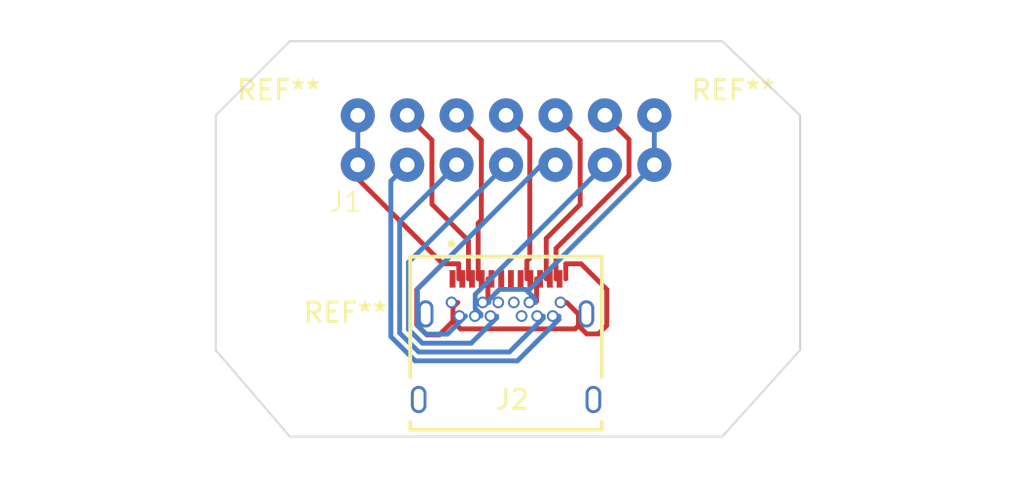
<source format=kicad_pcb>
(kicad_pcb (version 20221018) (generator pcbnew)
  (layers (0 "F.Cu" signal) (31 "B.Cu" signal) (34 "B.Paste" user) (35 "F.Paste" user) (36 "B.SilkS" user "B.Silkscreen") (37 "F.SilkS" user "F.Silkscreen") (38 "B.Mask" user) (39 "F.Mask" user) (44 "Edge.Cuts" user))
  (net 0 "")
  (net 1 "/GND")
  (net 2 "/CAN0_H")
  (net 3 "/CAN0_L")
  (net 4 "/VIN")
  (net 8 "/SBU1")
  (net 9 "/CAN1_L")
  (net 10 "/CAN1_H")
  (net 11 "/CAN2_H")
  (net 12 "/CAN2_L")
  (net 16 "/SBU2")
  (net 17 "/CAN3_L")
  (net 18 "/CAN3_H")
  (footprint "MountingHole:MountingHole_2mm" (layer "F.Cu") (at 128.016 81.28)
    (fp_text reference "REF**" (at 0 -3.2) (layer "F.SilkS"))
    (fp_text value "MountingHole_2mm")
    (pad "" np_thru_hole circle (at 0 0) (size 2 2) (drill 2) (layers "*.Cu" "*.Mask"))
  )
  (footprint "CommaPogo_Library:GCT_USB4056-03-A_REVA2" (layer "F.Cu") (at 139.7 93.98)
    (fp_text reference "J2" (at 0.3175 0) (layer "F.SilkS"))
    (fp_text value "Conn_02x12_Row_Letter_Last")
    (fp_line (start -4.925 -7.34) (end -4.925 -1.15) (stroke (width 0.2)) (layer "F.SilkS"))
    (fp_line (start -4.925 -7.34) (end 4.925 -7.34) (stroke (width 0.2)) (layer "F.SilkS"))
    (fp_line (start -4.925 1.55) (end -4.925 1.15) (stroke (width 0.2)) (layer "F.SilkS"))
    (fp_line (start -4.925 1.55) (end 4.925 1.55) (stroke (width 0.2)) (layer "F.SilkS"))
    (fp_line (start 4.925 -1.15) (end 4.925 -7.34) (stroke (width 0.2)) (layer "F.SilkS"))
    (fp_line (start 4.925 1.55) (end 4.925 1.15) (stroke (width 0.2)) (layer "F.SilkS"))
    (fp_circle (center -2.8 -8) (end -2.7 -8) (stroke (width 0.2)) (fill none) (layer "F.SilkS"))
    (fp_line (start 3.45 -5.965) (end 3.75 -5.965) (stroke (width 0.01)) (layer "Edge.Cuts"))
    (fp_line (start 3.75 -5.315) (end 3.45 -5.315) (stroke (width 0.01)) (layer "Edge.Cuts"))
    (fp_arc (start 3.125 -5.64) (mid 3.22019 -5.86981) (end 3.45 -5.965) (stroke (width 0.01)) (layer "Edge.Cuts"))
    (fp_arc (start 3.45 -5.315) (mid 3.22019 -5.41019) (end 3.125 -5.64) (stroke (width 0.01)) (layer "Edge.Cuts"))
    (fp_arc (start 3.75 -5.965) (mid 3.97981 -5.86981) (end 4.075 -5.64) (stroke (width 0.01)) (layer "Edge.Cuts"))
    (fp_arc (start 4.075 -5.64) (mid 3.97981 -5.41019) (end 3.75 -5.315) (stroke (width 0.01)) (layer "Edge.Cuts"))
    (pad "" np_thru_hole circle (at -3.6 -5.64) (size 0.65 0.65) (drill 0.65) (layers "*.Cu" "*.Mask"))
    (pad "" np_thru_hole circle (at 3.6 -5.64) (size 0.65 0.65) (drill 0.65) (layers "*.Cu" "*.Mask"))
    (pad "A1" smd rect (at -2.75 -6.2) (size 0.3 0.9) (layers "F.Cu" "F.Paste" "F.Mask") (net 1 "/GND"))
    (pad "A2" smd rect (at -2.25 -6.2) (size 0.3 0.9) (layers "F.Cu" "F.Paste" "F.Mask") (net 2 "/CAN0_H"))
    (pad "A3" smd rect (at -1.75 -6.2) (size 0.3 0.9) (layers "F.Cu" "F.Paste" "F.Mask") (net 3 "/CAN0_L"))
    (pad "A4" smd rect (at -1.25 -6.2) (size 0.3 0.9) (layers "F.Cu" "F.Paste" "F.Mask") (net 4 "/VIN"))
    (pad "A5" smd rect (at -0.75 -6.2) (size 0.3 0.9) (layers "F.Cu" "F.Paste" "F.Mask"))
    (pad "A6" smd rect (at -0.25 -6.2) (size 0.3 0.9) (layers "F.Cu" "F.Paste" "F.Mask"))
    (pad "A7" smd rect (at 0.25 -6.2) (size 0.3 0.9) (layers "F.Cu" "F.Paste" "F.Mask"))
    (pad "A8" smd rect (at 0.75 -6.2) (size 0.3 0.9) (layers "F.Cu" "F.Paste" "F.Mask") (net 8 "/SBU1"))
    (pad "A9" smd rect (at 1.25 -6.2) (size 0.3 0.9) (layers "F.Cu" "F.Paste" "F.Mask") (net 4 "/VIN"))
    (pad "A10" smd rect (at 1.75 -6.2) (size 0.3 0.9) (layers "F.Cu" "F.Paste" "F.Mask") (net 9 "/CAN1_L"))
    (pad "A11" smd rect (at 2.25 -6.2) (size 0.3 0.9) (layers "F.Cu" "F.Paste" "F.Mask") (net 10 "/CAN1_H"))
    (pad "A12" smd rect (at 2.75 -6.2) (size 0.3 0.9) (layers "F.Cu" "F.Paste" "F.Mask") (net 1 "/GND"))
    (pad "B1" thru_hole circle (at 2.8 -4.99) (size 0.6 0.6) (drill 0.4) (layers "*.Cu" "*.Mask") (net 1 "/GND"))
    (pad "B2" thru_hole circle (at 2.4 -4.29) (size 0.6 0.6) (drill 0.4) (layers "*.Cu" "*.Mask") (net 11 "/CAN2_H"))
    (pad "B3" thru_hole circle (at 1.6 -4.29) (size 0.6 0.6) (drill 0.4) (layers "*.Cu" "*.Mask") (net 12 "/CAN2_L"))
    (pad "B4" thru_hole circle (at 1.2 -4.99) (size 0.6 0.6) (drill 0.4) (layers "*.Cu" "*.Mask") (net 4 "/VIN"))
    (pad "B5" thru_hole circle (at 0.8 -4.29) (size 0.6 0.6) (drill 0.4) (layers "*.Cu" "*.Mask"))
    (pad "B6" thru_hole circle (at 0.4 -4.99) (size 0.6 0.6) (drill 0.4) (layers "*.Cu" "*.Mask"))
    (pad "B7" thru_hole circle (at -0.4 -4.99) (size 0.6 0.6) (drill 0.4) (layers "*.Cu" "*.Mask"))
    (pad "B8" thru_hole circle (at -0.8 -4.29) (size 0.6 0.6) (drill 0.4) (layers "*.Cu" "*.Mask") (net 16 "/SBU2"))
    (pad "B9" thru_hole circle (at -1.2 -4.99) (size 0.6 0.6) (drill 0.4) (layers "*.Cu" "*.Mask") (net 4 "/VIN"))
    (pad "B10" thru_hole circle (at -1.6 -4.29) (size 0.6 0.6) (drill 0.4) (layers "*.Cu" "*.Mask") (net 17 "/CAN3_L"))
    (pad "B11" thru_hole circle (at -2.4 -4.29) (size 0.6 0.6) (drill 0.4) (layers "*.Cu" "*.Mask") (net 18 "/CAN3_H"))
    (pad "B12" thru_hole circle (at -2.8 -4.99) (size 0.6 0.6) (drill 0.4) (layers "*.Cu" "*.Mask") (net 1 "/GND"))
    (pad "S1" thru_hole oval (at -4.13 -4.4) (size 0.8 1.4) (drill oval 0.5 1.1) (layers "*.Cu" "*.Mask"))
    (pad "S2" thru_hole oval (at 4.13 -4.4) (size 0.8 1.4) (drill oval 0.5 1.1) (layers "*.Cu" "*.Mask"))
    (pad "S3" thru_hole oval (at -4.49 0) (size 0.8 1.4) (drill oval 0.5 1.1) (layers "*.Cu" "*.Mask"))
    (pad "S4" thru_hole oval (at 4.49 0) (size 0.8 1.4) (drill oval 0.5 1.1) (layers "*.Cu" "*.Mask"))
  )
  (footprint "MountingHole:MountingHole_2mm" (layer "F.Cu") (at 151.384 81.28)
    (fp_text reference "REF**" (at 0 -3.2) (layer "F.SilkS"))
    (fp_text value "MountingHole_2mm")
    (pad "" np_thru_hole circle (at 0 0) (size 2 2) (drill 2) (layers "*.Cu" "*.Mask"))
  )
  (footprint "CommaPogo_Library:2x7_Pogo_Female" (layer "F.Cu") (at 139.7 83.82)
    (fp_text reference "J1" (at -8.255 0 unlocked) (layer "F.SilkS") (effects (font (thickness 0.1))))
    (fp_text value "Conn_02x07_Row_Letter_Last")
    (pad "1" thru_hole circle (at -7.62 -4.445) (size 1.75 1.75) (drill 0.762) (layers "*.Cu" "*.Mask") (net 1 "/GND"))
    (pad "2" thru_hole circle (at -5.08 -4.445) (size 1.75 1.75) (drill 0.762) (layers "*.Cu" "*.Mask") (net 2 "/CAN0_H"))
    (pad "3" thru_hole circle (at -2.54 -4.445) (size 1.75 1.75) (drill 0.762) (layers "*.Cu" "*.Mask") (net 3 "/CAN0_L"))
    (pad "4" thru_hole circle (at 0 -4.445) (size 1.75 1.75) (drill 0.762) (layers "*.Cu" "*.Mask") (net 8 "/SBU1"))
    (pad "5" thru_hole circle (at 2.54 -4.445) (size 1.75 1.75) (drill 0.762) (layers "*.Cu" "*.Mask") (net 9 "/CAN1_L"))
    (pad "6" thru_hole circle (at 5.08 -4.445) (size 1.75 1.75) (drill 0.762) (layers "*.Cu" "*.Mask") (net 10 "/CAN1_H"))
    (pad "7" thru_hole circle (at 7.62 -4.445) (size 1.75 1.75) (drill 0.762) (layers "*.Cu" "*.Mask") (net 4 "/VIN"))
    (pad "8" thru_hole circle (at -7.62 -1.905) (size 1.75 1.75) (drill 0.762) (layers "*.Cu" "*.Mask") (net 1 "/GND"))
    (pad "9" thru_hole circle (at -5.08 -1.905) (size 1.75 1.75) (drill 0.762) (layers "*.Cu" "*.Mask") (net 11 "/CAN2_H"))
    (pad "10" thru_hole circle (at -2.54 -1.905) (size 1.75 1.75) (drill 0.762) (layers "*.Cu" "*.Mask") (net 12 "/CAN2_L"))
    (pad "11" thru_hole circle (at 0 -1.905) (size 1.75 1.75) (drill 0.762) (layers "*.Cu" "*.Mask") (net 16 "/SBU2"))
    (pad "12" thru_hole circle (at 2.54 -1.905) (size 1.75 1.75) (drill 0.762) (layers "*.Cu" "*.Mask") (net 18 "/CAN3_H"))
    (pad "13" thru_hole circle (at 5.08 -1.905) (size 1.75 1.75) (drill 0.762) (layers "*.Cu" "*.Mask") (net 17 "/CAN3_L"))
    (pad "14" thru_hole circle (at 7.62 -1.905) (size 1.75 1.75) (drill 0.762) (layers "*.Cu" "*.Mask") (net 4 "/VIN"))
  )
  (footprint "MountingHole:MountingHole_2mm" (layer "F.Cu") (at 131.445 92.71)
    (fp_text reference "REF**" (at 0 -3.2) (layer "F.SilkS"))
    (fp_text value "MountingHole_2mm")
    (pad "" np_thru_hole circle (at 0 0) (size 2 2) (drill 2) (layers "F&B.Cu" "*.Mask"))
  )
  (gr_line (start 150.8125 75.565) (end 154.813 79.375) (stroke (width 0.1)) (layer "Edge.Cuts"))
  (gr_line (start 128.5875 75.565) (end 150.8125 75.565) (stroke (width 0.1)) (layer "Edge.Cuts"))
  (gr_line (start 154.813 79.375) (end 154.813 91.44) (stroke (width 0.1)) (layer "Edge.Cuts"))
  (gr_line (start 124.7775 91.44) (end 128.5875 95.885) (stroke (width 0.1)) (layer "Edge.Cuts"))
  (gr_line (start 154.813 91.44) (end 150.8125 95.885) (stroke (width 0.1)) (layer "Edge.Cuts"))
  (gr_line (start 150.8125 95.885) (end 128.5875 95.885) (stroke (width 0.1)) (layer "Edge.Cuts"))
  (gr_line (start 124.7775 91.44) (end 124.7775 79.375) (stroke (width 0.1)) (layer "Edge.Cuts"))
  (gr_line (start 128.5875 75.565) (end 124.7775 79.375) (stroke (width 0.1)) (layer "Edge.Cuts"))
  (segment (start 143.4206 90.1811) (end 143.2523 90.3494) (width 0.25) (layer "F.Cu") (net 1))
  (segment (start 143.2523 90.3494) (end 137.3596 90.3494) (width 0.25) (layer "F.Cu") (net 1))
  (segment (start 144.8744 88.3214) (end 143.5561 87.0031) (width 0.25) (layer "F.Cu") (net 1))
  (segment (start 135.6284 90.6567) (end 135.1093 90.1376) (width 0.25) (layer "F.Cu") (net 1))
  (segment (start 136.4459 87.0031) (end 137.2675 87.0031) (width 0.25) (layer "F.Cu") (net 1))
  (segment (start 143.4206 89.5931) (end 143.4206 90.1811) (width 0.25) (layer "F.Cu") (net 1))
  (segment (start 144.8744 90.1811) (end 144.8744 88.3214) (width 0.25) (layer "F.Cu") (net 1))
  (segment (start 144.4486 90.6069) (end 144.8744 90.1811) (width 0.25) (layer "F.Cu") (net 1))
  (segment (start 137.2675 87.78) (end 137.2675 87.0031) (width 0.25) (layer "F.Cu") (net 1))
  (segment (start 143.4206 90.1811) (end 143.8464 90.6069) (width 0.25) (layer "F.Cu") (net 1))
  (segment (start 142.7675 87.78) (end 142.7675 87.0031) (width 0.25) (layer "F.Cu") (net 1))
  (segment (start 135.1093 88.3397) (end 136.4459 87.0031) (width 0.25) (layer "F.Cu") (net 1))
  (segment (start 136.9684 89.2391) (end 137.2175 88.99) (width 0.25) (layer "F.Cu") (net 1))
  (segment (start 132.08 82.6372) (end 132.08 81.915) (width 0.25) (layer "F.Cu") (net 1))
  (segment (start 136.9684 89.9582) (end 136.2699 90.6567) (width 0.25) (layer "F.Cu") (net 1))
  (segment (start 143.5561 87.0031) (end 142.7675 87.0031) (width 0.25) (layer "F.Cu") (net 1))
  (segment (start 142.8175 88.99) (end 143.4206 89.5931) (width 0.25) (layer "F.Cu") (net 1))
  (segment (start 136.2699 90.6567) (end 135.6284 90.6567) (width 0.25) (layer "F.Cu") (net 1))
  (segment (start 137.3596 90.3494) (end 136.9684 89.9582) (width 0.25) (layer "F.Cu") (net 1))
  (segment (start 143.8464 90.6069) (end 144.4486 90.6069) (width 0.25) (layer "F.Cu") (net 1))
  (segment (start 136.9684 89.9582) (end 136.9684 89.2391) (width 0.25) (layer "F.Cu") (net 1))
  (segment (start 136.4459 87.0031) (end 132.08 82.6372) (width 0.25) (layer "F.Cu") (net 1))
  (segment (start 135.1093 90.1376) (end 135.1093 88.3397) (width 0.25) (layer "F.Cu") (net 1))
  (segment (start 132.08 81.915) (end 132.08 79.375) (width 0.25) (layer "B.Cu") (net 1))
  (segment (start 135.89 80.645) (end 135.89 83.9394) (width 0.25) (layer "F.Cu") (net 2))
  (segment (start 135.89 83.9394) (end 137.7675 85.8169) (width 0.25) (layer "F.Cu") (net 2))
  (segment (start 137.7675 85.8169) (end 137.7675 87.78) (width 0.25) (layer "F.Cu") (net 2))
  (segment (start 134.62 79.375) (end 135.89 80.645) (width 0.25) (layer "F.Cu") (net 2))
  (segment (start 138.43 84.7527) (end 138.43 80.645) (width 0.25) (layer "F.Cu") (net 3))
  (segment (start 138.2675 87.78) (end 138.2675 84.9152) (width 0.25) (layer "F.Cu") (net 3))
  (segment (start 138.43 80.645) (end 137.16 79.375) (width 0.25) (layer "F.Cu") (net 3))
  (segment (start 138.2675 84.9152) (end 138.43 84.7527) (width 0.25) (layer "F.Cu") (net 3))
  (segment (start 138.7675 88.94) (end 138.7675 87.78) (width 0.25) (layer "F.Cu") (net 4))
  (segment (start 141.2675 88.94) (end 141.2675 87.78) (width 0.25) (layer "F.Cu") (net 4))
  (segment (start 138.8175 88.99) (end 138.7675 88.94) (width 0.25) (layer "F.Cu") (net 4))
  (segment (start 141.2175 88.99) (end 141.2675 88.94) (width 0.25) (layer "F.Cu") (net 4))
  (segment (start 140.8101 88.4249) (end 147.32 81.915) (width 0.25) (layer "B.Cu") (net 4))
  (segment (start 139.3623 88.3215) (end 140.7066 88.3215) (width 0.25) (layer "B.Cu") (net 4))
  (segment (start 141.2175 88.8324) (end 141.2175 88.99) (width 0.25) (layer "B.Cu") (net 4))
  (segment (start 147.32 81.915) (end 147.32 79.375) (width 0.25) (layer "B.Cu") (net 4))
  (segment (start 140.7066 88.3215) (end 140.8101 88.4249) (width 0.25) (layer "B.Cu") (net 4))
  (segment (start 138.8175 88.99) (end 138.8175 88.8663) (width 0.25) (layer "B.Cu") (net 4))
  (segment (start 140.8101 88.4249) (end 141.2175 88.8324) (width 0.25) (layer "B.Cu") (net 4))
  (segment (start 138.8175 88.8663) (end 139.3623 88.3215) (width 0.25) (layer "B.Cu") (net 4))
  (segment (start 140.7675 87.78) (end 140.7675 86.864) (width 0.25) (layer "F.Cu") (net 8))
  (segment (start 140.9192 86.7123) (end 140.9192 80.5942) (width 0.25) (layer "F.Cu") (net 8))
  (segment (start 140.9192 80.5942) (end 139.7 79.375) (width 0.25) (layer "F.Cu") (net 8))
  (segment (start 140.7675 86.864) (end 140.9192 86.7123) (width 0.25) (layer "F.Cu") (net 8))
  (segment (start 141.7675 85.7021) (end 141.7675 87.78) (width 0.25) (layer "F.Cu") (net 9))
  (segment (start 142.24 79.375) (end 143.51 80.645) (width 0.25) (layer "F.Cu") (net 9))
  (segment (start 143.51 83.9596) (end 141.7675 85.7021) (width 0.25) (layer "F.Cu") (net 9))
  (segment (start 143.51 80.645) (end 143.51 83.9596) (width 0.25) (layer "F.Cu") (net 9))
  (segment (start 142.2675 86.2148) (end 142.2675 87.78) (width 0.25) (layer "F.Cu") (net 10))
  (segment (start 146.0183 82.464) (end 142.2675 86.2148) (width 0.25) (layer "F.Cu") (net 10))
  (segment (start 146.0183 80.6133) (end 146.0183 82.464) (width 0.25) (layer "F.Cu") (net 10))
  (segment (start 144.78 79.375) (end 146.0183 80.6133) (width 0.25) (layer "F.Cu") (net 10))
  (segment (start 133.7787 90.7455) (end 135.0249 91.9917) (width 0.25) (layer "B.Cu") (net 11))
  (segment (start 135.0249 91.9917) (end 140.2871 91.9917) (width 0.25) (layer "B.Cu") (net 11))
  (segment (start 134.62 81.915) (end 133.7787 82.7563) (width 0.25) (layer "B.Cu") (net 11))
  (segment (start 133.7787 82.7563) (end 133.7787 90.7455) (width 0.25) (layer "B.Cu") (net 11))
  (segment (start 142.4175 89.8613) (end 142.4175 89.69) (width 0.25) (layer "B.Cu") (net 11))
  (segment (start 140.2871 91.9917) (end 142.4175 89.8613) (width 0.25) (layer "B.Cu") (net 11))
  (segment (start 135.2128 91.5383) (end 134.2321 90.5576) (width 0.25) (layer "B.Cu") (net 12))
  (segment (start 134.2321 90.5576) (end 134.2321 84.8429) (width 0.25) (layer "B.Cu") (net 12))
  (segment (start 141.6175 89.69) (end 141.6175 89.7942) (width 0.25) (layer "B.Cu") (net 12))
  (segment (start 134.2321 84.8429) (end 137.16 81.915) (width 0.25) (layer "B.Cu") (net 12))
  (segment (start 141.6175 89.7942) (end 139.8734 91.5383) (width 0.25) (layer "B.Cu") (net 12))
  (segment (start 139.8734 91.5383) (end 135.2128 91.5383) (width 0.25) (layer "B.Cu") (net 12))
  (segment (start 137.909 91.0864) (end 139.2175 89.7779) (width 0.25) (layer "B.Cu") (net 16))
  (segment (start 134.684 86.931) (end 134.684 90.3704) (width 0.25) (layer "B.Cu") (net 16))
  (segment (start 139.7 81.915) (end 134.684 86.931) (width 0.25) (layer "B.Cu") (net 16))
  (segment (start 139.2175 89.7779) (end 139.2175 89.69) (width 0.25) (layer "B.Cu") (net 16))
  (segment (start 135.4 91.0864) (end 137.909 91.0864) (width 0.25) (layer "B.Cu") (net 16))
  (segment (start 134.684 90.3704) (end 135.4 91.0864) (width 0.25) (layer "B.Cu") (net 16))
  (segment (start 138.4175 89.6034) (end 138.1175 89.3034) (width 0.25) (layer "B.Cu") (net 17))
  (segment (start 138.1175 88.5775) (end 144.78 81.915) (width 0.25) (layer "B.Cu") (net 17))
  (segment (start 138.1175 89.3034) (end 138.1175 88.5775) (width 0.25) (layer "B.Cu") (net 17))
  (segment (start 138.4175 89.69) (end 138.4175 89.6034) (width 0.25) (layer "B.Cu") (net 17))
  (segment (start 136.6876 90.6199) (end 135.587 90.6199) (width 0.25) (layer "B.Cu") (net 18))
  (segment (start 135.1489 88.2948) (end 141.5287 81.915) (width 0.25) (layer "B.Cu") (net 18))
  (segment (start 135.587 90.6199) (end 135.1489 90.1818) (width 0.25) (layer "B.Cu") (net 18))
  (segment (start 137.6175 89.69) (end 136.6876 90.6199) (width 0.25) (layer "B.Cu") (net 18))
  (segment (start 141.5287 81.915) (end 142.24 81.915) (width 0.25) (layer "B.Cu") (net 18))
  (segment (start 135.1489 90.1818) (end 135.1489 88.2948) (width 0.25) (layer "B.Cu") (net 18))
)
</source>
